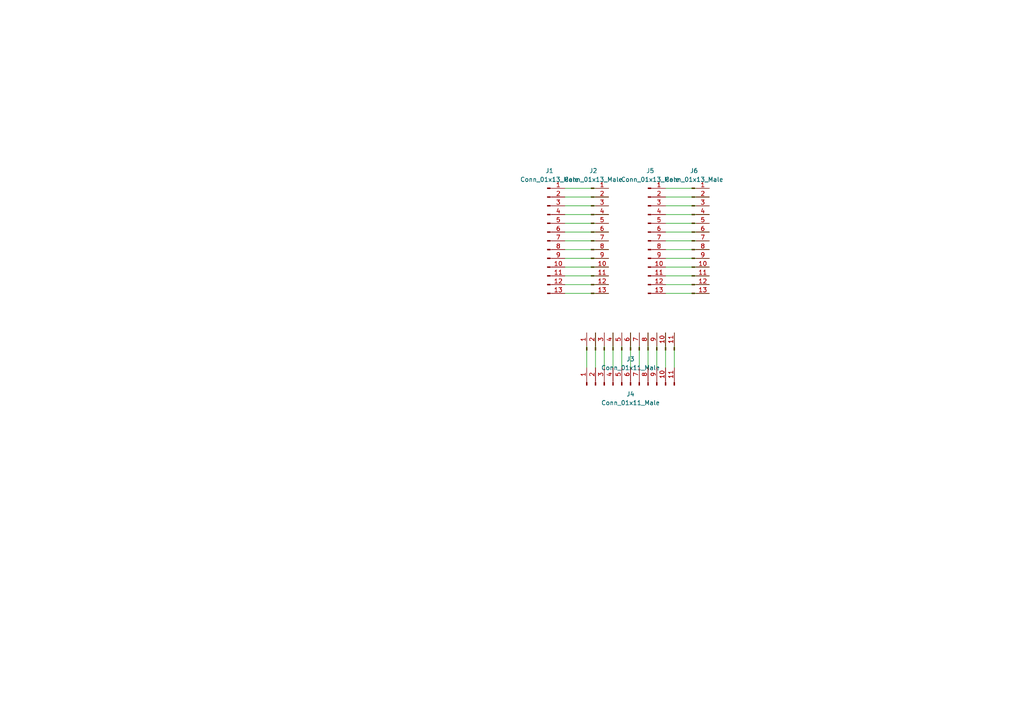
<source format=kicad_sch>
(kicad_sch (version 20211123) (generator eeschema)
  (paper "A4")
  (lib_symbols
    (symbol "Connector:Conn_01x11_Male" (pin_names (offset 1.016) hide)
      (property "Reference" "J" (at 0 15.24 0))
      (property "Value" "Conn_01x11_Male" (at 0 -15.24 0))
      (symbol "Conn_01x11_Male_1_1"
        (polyline (pts (xy 1.27 -12.7) (xy 0.8636 -12.7)) (stroke (width 0.1524)))
        (polyline (pts (xy 1.27 -10.16) (xy 0.8636 -10.16)) (stroke (width 0.1524)))
        (polyline (pts (xy 1.27 -7.62) (xy 0.8636 -7.62)) (stroke (width 0.1524)))
        (polyline (pts (xy 1.27 -5.08) (xy 0.8636 -5.08)) (stroke (width 0.1524)))
        (polyline (pts (xy 1.27 -2.54) (xy 0.8636 -2.54)) (stroke (width 0.1524)))
        (polyline (pts (xy 1.27 0) (xy 0.8636 0)) (stroke (width 0.1524)))
        (polyline (pts (xy 1.27 2.54) (xy 0.8636 2.54)) (stroke (width 0.1524)))
        (polyline (pts (xy 1.27 5.08) (xy 0.8636 5.08)) (stroke (width 0.1524)))
        (polyline (pts (xy 1.27 7.62) (xy 0.8636 7.62)) (stroke (width 0.1524)))
        (polyline (pts (xy 1.27 10.16) (xy 0.8636 10.16)) (stroke (width 0.1524)))
        (polyline (pts (xy 1.27 12.7) (xy 0.8636 12.7)) (stroke (width 0.1524)))
        (rectangle (start 0.8636 -12.573) (end 0 -12.827) (stroke (width 0.1524)) (fill (type outline)))
        (rectangle (start 0.8636 -10.033) (end 0 -10.287) (stroke (width 0.1524)) (fill (type outline)))
        (rectangle (start 0.8636 -7.493) (end 0 -7.747) (stroke (width 0.1524)) (fill (type outline)))
        (rectangle (start 0.8636 -4.953) (end 0 -5.207) (stroke (width 0.1524)) (fill (type outline)))
        (rectangle (start 0.8636 -2.413) (end 0 -2.667) (stroke (width 0.1524)) (fill (type outline)))
        (rectangle (start 0.8636 0.127) (end 0 -0.127) (stroke (width 0.1524)) (fill (type outline)))
        (rectangle (start 0.8636 2.667) (end 0 2.413) (stroke (width 0.1524)) (fill (type outline)))
        (rectangle (start 0.8636 5.207) (end 0 4.953) (stroke (width 0.1524)) (fill (type outline)))
        (rectangle (start 0.8636 7.747) (end 0 7.493) (stroke (width 0.1524)) (fill (type outline)))
        (rectangle (start 0.8636 10.287) (end 0 10.033) (stroke (width 0.1524)) (fill (type outline)))
        (rectangle (start 0.8636 12.827) (end 0 12.573) (stroke (width 0.1524)) (fill (type outline)))
        (pin passive line (at 5.08 12.7 180) (length 3.81) (name "Pin_1") (number "1"))
        (pin passive line (at 5.08 -10.16 180) (length 3.81) (name "Pin_10") (number "10"))
        (pin passive line (at 5.08 -12.7 180) (length 3.81) (name "Pin_11") (number "11"))
        (pin passive line (at 5.08 10.16 180) (length 3.81) (name "Pin_2") (number "2"))
        (pin passive line (at 5.08 7.62 180) (length 3.81) (name "Pin_3") (number "3"))
        (pin passive line (at 5.08 5.08 180) (length 3.81) (name "Pin_4") (number "4"))
        (pin passive line (at 5.08 2.54 180) (length 3.81) (name "Pin_5") (number "5"))
        (pin passive line (at 5.08 0 180) (length 3.81) (name "Pin_6") (number "6"))
        (pin passive line (at 5.08 -2.54 180) (length 3.81) (name "Pin_7") (number "7"))
        (pin passive line (at 5.08 -5.08 180) (length 3.81) (name "Pin_8") (number "8"))
        (pin passive line (at 5.08 -7.62 180) (length 3.81) (name "Pin_9") (number "9"))
      )
    )
    (symbol "Connector:Conn_01x13_Male" (pin_names (offset 1.016) hide)
      (property "Reference" "J" (at 0 17.78 0))
      (property "Value" "Conn_01x13_Male" (at 0 -17.78 0))
      (symbol "Conn_01x13_Male_1_1"
        (polyline (pts (xy 1.27 -15.24) (xy 0.8636 -15.24)) (stroke (width 0.1524)))
        (polyline (pts (xy 1.27 -12.7) (xy 0.8636 -12.7)) (stroke (width 0.1524)))
        (polyline (pts (xy 1.27 -10.16) (xy 0.8636 -10.16)) (stroke (width 0.1524)))
        (polyline (pts (xy 1.27 -7.62) (xy 0.8636 -7.62)) (stroke (width 0.1524)))
        (polyline (pts (xy 1.27 -5.08) (xy 0.8636 -5.08)) (stroke (width 0.1524)))
        (polyline (pts (xy 1.27 -2.54) (xy 0.8636 -2.54)) (stroke (width 0.1524)))
        (polyline (pts (xy 1.27 0) (xy 0.8636 0)) (stroke (width 0.1524)))
        (polyline (pts (xy 1.27 2.54) (xy 0.8636 2.54)) (stroke (width 0.1524)))
        (polyline (pts (xy 1.27 5.08) (xy 0.8636 5.08)) (stroke (width 0.1524)))
        (polyline (pts (xy 1.27 7.62) (xy 0.8636 7.62)) (stroke (width 0.1524)))
        (polyline (pts (xy 1.27 10.16) (xy 0.8636 10.16)) (stroke (width 0.1524)))
        (polyline (pts (xy 1.27 12.7) (xy 0.8636 12.7)) (stroke (width 0.1524)))
        (polyline (pts (xy 1.27 15.24) (xy 0.8636 15.24)) (stroke (width 0.1524)))
        (rectangle (start 0.8636 -15.113) (end 0 -15.367) (stroke (width 0.1524)) (fill (type outline)))
        (rectangle (start 0.8636 -12.573) (end 0 -12.827) (stroke (width 0.1524)) (fill (type outline)))
        (rectangle (start 0.8636 -10.033) (end 0 -10.287) (stroke (width 0.1524)) (fill (type outline)))
        (rectangle (start 0.8636 -7.493) (end 0 -7.747) (stroke (width 0.1524)) (fill (type outline)))
        (rectangle (start 0.8636 -4.953) (end 0 -5.207) (stroke (width 0.1524)) (fill (type outline)))
        (rectangle (start 0.8636 -2.413) (end 0 -2.667) (stroke (width 0.1524)) (fill (type outline)))
        (rectangle (start 0.8636 0.127) (end 0 -0.127) (stroke (width 0.1524)) (fill (type outline)))
        (rectangle (start 0.8636 2.667) (end 0 2.413) (stroke (width 0.1524)) (fill (type outline)))
        (rectangle (start 0.8636 5.207) (end 0 4.953) (stroke (width 0.1524)) (fill (type outline)))
        (rectangle (start 0.8636 7.747) (end 0 7.493) (stroke (width 0.1524)) (fill (type outline)))
        (rectangle (start 0.8636 10.287) (end 0 10.033) (stroke (width 0.1524)) (fill (type outline)))
        (rectangle (start 0.8636 12.827) (end 0 12.573) (stroke (width 0.1524)) (fill (type outline)))
        (rectangle (start 0.8636 15.367) (end 0 15.113) (stroke (width 0.1524)) (fill (type outline)))
        (pin passive line (at 5.08 15.24 180) (length 3.81) (name "Pin_1") (number "1"))
        (pin passive line (at 5.08 -7.62 180) (length 3.81) (name "Pin_10") (number "10"))
        (pin passive line (at 5.08 -10.16 180) (length 3.81) (name "Pin_11") (number "11"))
        (pin passive line (at 5.08 -12.7 180) (length 3.81) (name "Pin_12") (number "12"))
        (pin passive line (at 5.08 -15.24 180) (length 3.81) (name "Pin_13") (number "13"))
        (pin passive line (at 5.08 12.7 180) (length 3.81) (name "Pin_2") (number "2"))
        (pin passive line (at 5.08 10.16 180) (length 3.81) (name "Pin_3") (number "3"))
        (pin passive line (at 5.08 7.62 180) (length 3.81) (name "Pin_4") (number "4"))
        (pin passive line (at 5.08 5.08 180) (length 3.81) (name "Pin_5") (number "5"))
        (pin passive line (at 5.08 2.54 180) (length 3.81) (name "Pin_6") (number "6"))
        (pin passive line (at 5.08 0 180) (length 3.81) (name "Pin_7") (number "7"))
        (pin passive line (at 5.08 -2.54 180) (length 3.81) (name "Pin_8") (number "8"))
        (pin passive line (at 5.08 -5.08 180) (length 3.81) (name "Pin_9") (number "9"))
      )
    )
  )
  (wire (pts (xy 193.04 96.52) (xy 193.04 106.68)))
  (wire (pts (xy 163.83 77.47) (xy 176.53 77.47)))
  (wire (pts (xy 177.8 96.52) (xy 177.8 106.68)))
  (wire (pts (xy 185.42 96.52) (xy 185.42 106.68)))
  (wire (pts (xy 163.83 80.01) (xy 176.53 80.01)))
  (wire (pts (xy 163.83 74.93) (xy 176.53 74.93)))
  (wire (pts (xy 193.04 82.55) (xy 205.74 82.55)))
  (wire (pts (xy 163.83 85.09) (xy 176.53 85.09)))
  (wire (pts (xy 163.83 69.85) (xy 176.53 69.85)))
  (wire (pts (xy 193.04 74.93) (xy 205.74 74.93)))
  (wire (pts (xy 187.96 96.52) (xy 187.96 106.68)))
  (wire (pts (xy 193.04 62.23) (xy 205.74 62.23)))
  (wire (pts (xy 163.83 67.31) (xy 176.53 67.31)))
  (wire (pts (xy 190.5 96.52) (xy 190.5 106.68)))
  (wire (pts (xy 163.83 59.69) (xy 176.53 59.69)))
  (wire (pts (xy 172.72 96.52) (xy 172.72 106.68)))
  (wire (pts (xy 193.04 77.47) (xy 205.74 77.47)))
  (wire (pts (xy 163.83 72.39) (xy 176.53 72.39)))
  (wire (pts (xy 195.58 96.52) (xy 195.58 106.68)))
  (wire (pts (xy 170.18 96.52) (xy 170.18 106.68)))
  (wire (pts (xy 175.26 96.52) (xy 175.26 106.68)))
  (wire (pts (xy 163.83 57.15) (xy 176.53 57.15)))
  (wire (pts (xy 193.04 64.77) (xy 205.74 64.77)))
  (wire (pts (xy 193.04 57.15) (xy 205.74 57.15)))
  (wire (pts (xy 163.83 64.77) (xy 176.53 64.77)))
  (wire (pts (xy 163.83 62.23) (xy 176.53 62.23)))
  (wire (pts (xy 193.04 59.69) (xy 205.74 59.69)))
  (wire (pts (xy 163.83 54.61) (xy 176.53 54.61)))
  (wire (pts (xy 193.04 80.01) (xy 205.74 80.01)))
  (wire (pts (xy 193.04 54.61) (xy 205.74 54.61)))
  (wire (pts (xy 193.04 67.31) (xy 205.74 67.31)))
  (wire (pts (xy 163.83 82.55) (xy 176.53 82.55)))
  (wire (pts (xy 193.04 72.39) (xy 205.74 72.39)))
  (wire (pts (xy 193.04 69.85) (xy 205.74 69.85)))
  (wire (pts (xy 182.88 96.52) (xy 182.88 106.68)))
  (wire (pts (xy 193.04 85.09) (xy 205.74 85.09)))
  (wire (pts (xy 180.34 96.52) (xy 180.34 106.68)))
  (symbol (lib_id "Connector:Conn_01x11_Male") (at 182.88 101.6 90) (unit 1)
    (property "Reference" "J3" (at 182.88 104.14 90))
    (property "Value" "Conn_01x11_Male" (at 182.88 106.68 90))
    (property "Footprint" "output:FlexyPin_1x11_P1.10mm" (effects hide))
  )
  (symbol (lib_id "Connector:Conn_01x13_Male") (at 187.96 69.85 0) (unit 1)
    (property "Reference" "J5" (at 188.595 49.53 0))
    (property "Value" "Conn_01x13_Male" (at 188.595 52.07 0))
    (property "Footprint" "output:FlexyPin_1x13_P1.10mm" (effects hide))
  )
  (symbol (lib_id "Connector:Conn_01x11_Male") (at 182.88 111.76 90) (unit 1)
    (property "Reference" "J4" (at 182.88 114.3 90))
    (property "Value" "Conn_01x11_Male" (at 182.88 116.84 90))
    (property "Footprint" "Connector_PinHeader_2.54mm:PinHeader_1x11_P2.54mm_Vertical" (effects hide))
  )
  (symbol (lib_id "Connector:Conn_01x13_Male") (at 158.75 69.85 0) (unit 1)
    (property "Reference" "J1" (at 159.385 49.53 0))
    (property "Value" "Conn_01x13_Male" (at 159.385 52.07 0))
    (property "Footprint" "output:FlexyPin_1x13_P1.10mm" (effects hide))
  )
  (symbol (lib_id "Connector:Conn_01x13_Male") (at 171.45 69.85 0) (unit 1)
    (property "Reference" "J2" (at 172.085 49.53 0))
    (property "Value" "Conn_01x13_Male" (at 172.085 52.07 0))
    (property "Footprint" "Connector_PinHeader_2.54mm:PinHeader_1x13_P2.54mm_Vertical" (effects hide))
  )
  (symbol (lib_id "Connector:Conn_01x13_Male") (at 200.66 69.85 0) (unit 1)
    (property "Reference" "J6" (at 201.295 49.53 0))
    (property "Value" "Conn_01x13_Male" (at 201.295 52.07 0))
    (property "Footprint" "Connector_PinHeader_2.54mm:PinHeader_1x13_P2.54mm_Vertical" (effects hide))
  )
)
</source>
